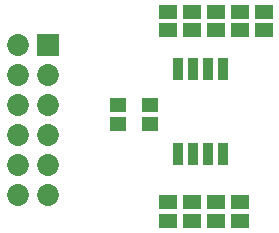
<source format=gts>
G04*
G04 #@! TF.GenerationSoftware,Altium Limited,Altium Designer,23.4.1 (23)*
G04*
G04 Layer_Color=8388736*
%FSLAX25Y25*%
%MOIN*%
G70*
G04*
G04 #@! TF.SameCoordinates,985B102E-A1E5-4F21-A819-21D10D55B489*
G04*
G04*
G04 #@! TF.FilePolarity,Negative*
G04*
G01*
G75*
%ADD14R,0.05733X0.05136*%
%ADD15R,0.03359X0.07296*%
%ADD16R,0.06115X0.04540*%
%ADD17C,0.07296*%
%ADD18R,0.07296X0.07296*%
D14*
X163500Y344155D02*
D03*
Y350500D02*
D03*
X153000Y344155D02*
D03*
Y350500D02*
D03*
D15*
X188000Y362500D02*
D03*
X183000D02*
D03*
X178000D02*
D03*
X173000D02*
D03*
Y334154D02*
D03*
X178000D02*
D03*
X183000D02*
D03*
X188000D02*
D03*
D16*
X201500Y381500D02*
D03*
Y375398D02*
D03*
X185500D02*
D03*
Y381500D02*
D03*
X193500Y375398D02*
D03*
Y381500D02*
D03*
X177500Y311898D02*
D03*
Y318000D02*
D03*
X169500Y311898D02*
D03*
Y318000D02*
D03*
X185500Y311898D02*
D03*
Y318000D02*
D03*
X193500D02*
D03*
Y311898D02*
D03*
X169500Y375398D02*
D03*
Y381500D02*
D03*
X177500Y375398D02*
D03*
Y381500D02*
D03*
D17*
X119500Y340500D02*
D03*
X129500D02*
D03*
X119500Y360500D02*
D03*
X129500D02*
D03*
X119500Y370500D02*
D03*
X129500Y350500D02*
D03*
X119500D02*
D03*
X129500Y330500D02*
D03*
Y320500D02*
D03*
X119500Y330500D02*
D03*
Y320500D02*
D03*
D18*
X129500Y370500D02*
D03*
M02*

</source>
